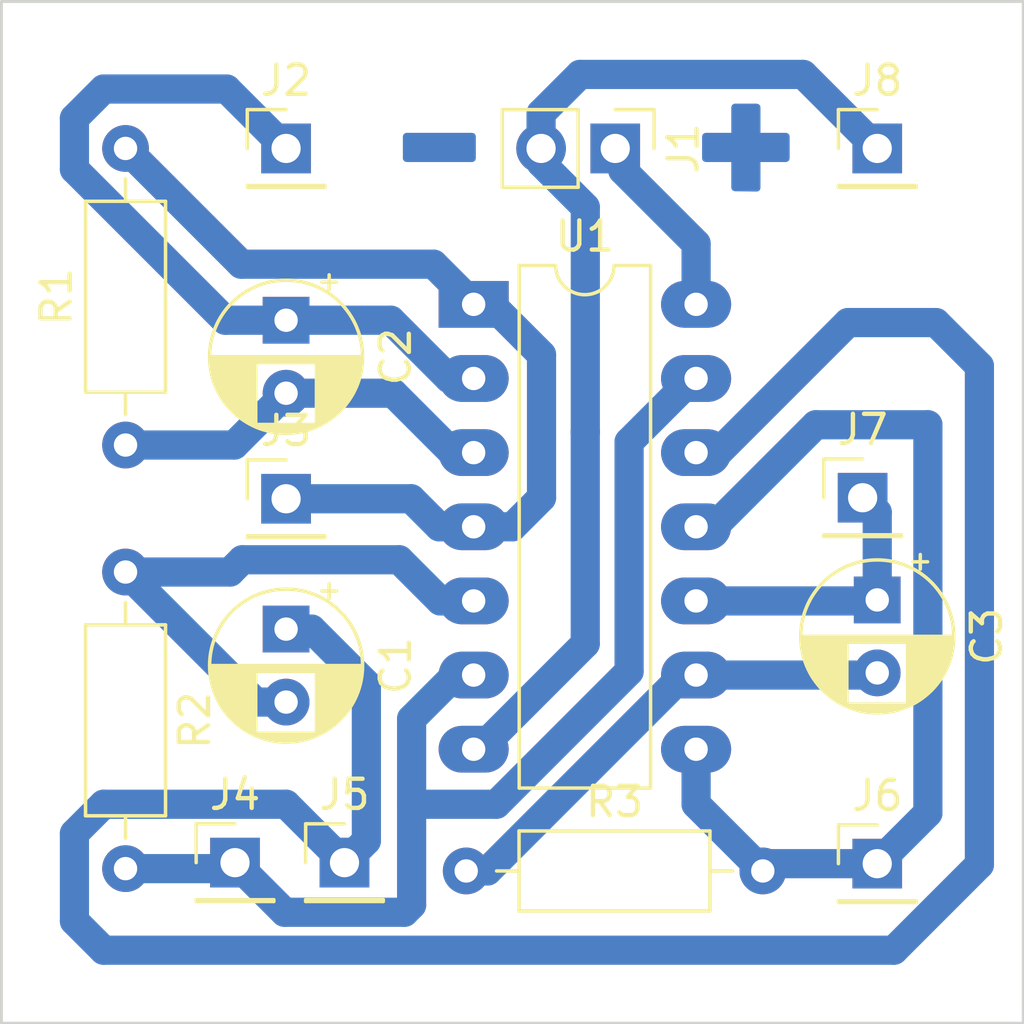
<source format=kicad_pcb>
(kicad_pcb (version 20240108) (generator "pcbnew") (generator_version "8.0")
  (layers (0 "F.Cu" signal) (31 "B.Cu" signal) (34 "B.Paste" user) (35 "F.Paste" user) (36 "B.SilkS" user "B.Silkscreen") (37 "F.SilkS" user "F.Silkscreen") (38 "B.Mask" user) (39 "F.Mask" user) (44 "Edge.Cuts" user))
  (net 0 "")
  (net 1 "Net-(C1-Pad2)")
  (net 2 "Net-(C2-Pad2)")
  (net 3 "Net-(C3-Pad2)")
  (net 4 "Net-(J1-Pin_1)")
  (net 5 "Net-(J5-Pin_1)")
  (net 6 "Net-(J2-Pin_1)")
  (net 7 "Net-(J7-Pin_1)")
  (net 8 "Net-(J3-Pin_1)")
  (net 9 "Net-(J4-Pin_1)")
  (net 10 "Net-(J6-Pin_1)")
  (net 11 "GND")
  (footprint "Capacitor_THT:CP_Radial_D5.0mm_P2.50mm" (layer "F.Cu") (at 119.75 75.919888 -90)
    (property "Reference" "C2" (at 1.25 -3.75 90) (layer "F.SilkS"))
    (property "Value" "10u")
    (pad "1" thru_hole rect (at 0 0 270) (size 1.6 1.6) (drill 0.8) (layers "*.Cu" "*.Mask") (net 6 "Net-(J2-Pin_1)"))
    (pad "2" thru_hole circle (at 2.5 0 270) (size 1.6 1.6) (drill 0.8) (layers "*.Cu" "*.Mask") (net 2 "Net-(C2-Pad2)"))
  )
  (footprint "Connector_PinHeader_2.54mm:PinHeader_1x01_P2.54mm_Vertical" (layer "F.Cu") (at 119.75 82.035)
    (property "Reference" "J3" (at 0 -2.33 0) (layer "F.SilkS"))
    (property "Value" "Piezo+")
    (pad "1" thru_hole rect (at 0 0) (size 1.7 1.7) (drill 1) (layers "*.Cu" "*.Mask") (net 8 "Net-(J3-Pin_1)"))
  )
  (footprint "Connector_PinHeader_2.54mm:PinHeader_1x01_P2.54mm_Vertical" (layer "F.Cu") (at 118 94.5)
    (property "Reference" "J4" (at 0 -2.33 0) (layer "F.SilkS"))
    (property "Value" "Piezo+")
    (pad "1" thru_hole rect (at 0 0) (size 1.7 1.7) (drill 1) (layers "*.Cu" "*.Mask") (net 9 "Net-(J4-Pin_1)"))
  )
  (footprint "Connector_PinHeader_2.54mm:PinHeader_1x01_P2.54mm_Vertical" (layer "F.Cu") (at 121.75 94.5)
    (property "Reference" "J5" (at 0 -2.33 0) (layer "F.SilkS"))
    (property "Value" "Piezo+")
    (pad "1" thru_hole rect (at 0 0) (size 1.7 1.7) (drill 1) (layers "*.Cu" "*.Mask") (net 5 "Net-(J5-Pin_1)"))
  )
  (footprint "Connector_PinHeader_2.54mm:PinHeader_1x01_P2.54mm_Vertical" (layer "F.Cu") (at 119.75 70.035)
    (property "Reference" "J2" (at 0 -2.33 0) (layer "F.SilkS"))
    (property "Value" "Piezo+")
    (pad "1" thru_hole rect (at 0 0) (size 1.7 1.7) (drill 1) (layers "*.Cu" "*.Mask") (net 6 "Net-(J2-Pin_1)"))
  )
  (footprint "Package_DIP:DIP-14_W7.62mm_LongPads" (layer "F.Cu") (at 126.175 75.375)
    (property "Reference" "U1" (at 3.81 -2.33 0) (layer "F.SilkS"))
    (property "Value" "74HC14")
    (pad "1" thru_hole rect (at 0 0) (size 2.4 1.6) (drill 0.8) (layers "*.Cu" "*.Mask") (net 8 "Net-(J3-Pin_1)"))
    (pad "2" thru_hole oval (at 0 2.54) (size 2.4 1.6) (drill 0.8) (layers "*.Cu" "*.Mask") (net 6 "Net-(J2-Pin_1)"))
    (pad "3" thru_hole oval (at 0 5.08) (size 2.4 1.6) (drill 0.8) (layers "*.Cu" "*.Mask") (net 2 "Net-(C2-Pad2)"))
    (pad "4" thru_hole oval (at 0 7.62) (size 2.4 1.6) (drill 0.8) (layers "*.Cu" "*.Mask") (net 8 "Net-(J3-Pin_1)"))
    (pad "5" thru_hole oval (at 0 10.16) (size 2.4 1.6) (drill 0.8) (layers "*.Cu" "*.Mask") (net 1 "Net-(C1-Pad2)"))
    (pad "6" thru_hole oval (at 0 12.7) (size 2.4 1.6) (drill 0.8) (layers "*.Cu" "*.Mask") (net 9 "Net-(J4-Pin_1)"))
    (pad "7" thru_hole oval (at 0 15.24) (size 2.4 1.6) (drill 0.8) (layers "*.Cu" "*.Mask") (net 11 "GND"))
    (pad "8" thru_hole oval (at 7.62 15.24) (size 2.4 1.6) (drill 0.8) (layers "*.Cu" "*.Mask") (net 10 "Net-(J6-Pin_1)"))
    (pad "9" thru_hole oval (at 7.62 12.7) (size 2.4 1.6) (drill 0.8) (layers "*.Cu" "*.Mask") (net 3 "Net-(C3-Pad2)"))
    (pad "10" thru_hole oval (at 7.62 10.16) (size 2.4 1.6) (drill 0.8) (layers "*.Cu" "*.Mask") (net 7 "Net-(J7-Pin_1)"))
    (pad "11" thru_hole oval (at 7.62 7.62) (size 2.4 1.6) (drill 0.8) (layers "*.Cu" "*.Mask") (net 10 "Net-(J6-Pin_1)"))
    (pad "12" thru_hole oval (at 7.62 5.08) (size 2.4 1.6) (drill 0.8) (layers "*.Cu" "*.Mask") (net 5 "Net-(J5-Pin_1)"))
    (pad "13" thru_hole oval (at 7.62 2.54) (size 2.4 1.6) (drill 0.8) (layers "*.Cu" "*.Mask") (net 9 "Net-(J4-Pin_1)"))
    (pad "14" thru_hole oval (at 7.62 0) (size 2.4 1.6) (drill 0.8) (layers "*.Cu" "*.Mask") (net 4 "Net-(J1-Pin_1)"))
  )
  (footprint "Connector_PinHeader_2.54mm:PinHeader_1x02_P2.54mm_Vertical" (layer "F.Cu") (at 131.025 70.035 -90)
    (property "Reference" "J1" (at 0 -2.33 90) (layer "F.SilkS"))
    (property "Value" "SolarCell")
    (pad "1" thru_hole rect (at 0 0 270) (size 1.7 1.7) (drill 1) (layers "*.Cu" "*.Mask") (net 4 "Net-(J1-Pin_1)"))
    (pad "2" thru_hole oval (at 0 2.54 270) (size 1.7 1.7) (drill 1) (layers "*.Cu" "*.Mask") (net 11 "GND"))
  )
  (footprint "Connector_PinHeader_2.54mm:PinHeader_1x01_P2.54mm_Vertical" (layer "F.Cu") (at 139.5 82)
    (property "Reference" "J7" (at 0 -2.33 0) (layer "F.SilkS"))
    (property "Value" "Piezo+")
    (pad "1" thru_hole rect (at 0 0) (size 1.7 1.7) (drill 1) (layers "*.Cu" "*.Mask") (net 7 "Net-(J7-Pin_1)"))
  )
  (footprint "Capacitor_THT:CP_Radial_D5.0mm_P2.50mm" (layer "F.Cu") (at 119.75 86.5 -90)
    (property "Reference" "C1" (at 1.25 -3.75 90) (layer "F.SilkS"))
    (property "Value" "10u")
    (pad "1" thru_hole rect (at 0 0 270) (size 1.6 1.6) (drill 0.8) (layers "*.Cu" "*.Mask") (net 5 "Net-(J5-Pin_1)"))
    (pad "2" thru_hole circle (at 2.5 0 270) (size 1.6 1.6) (drill 0.8) (layers "*.Cu" "*.Mask") (net 1 "Net-(C1-Pad2)"))
  )
  (footprint "Connector_PinHeader_2.54mm:PinHeader_1x01_P2.54mm_Vertical" (layer "F.Cu") (at 140 70.035)
    (property "Reference" "J8" (at 0 -2.33 0) (layer "F.SilkS"))
    (property "Value" "Piezo-")
    (pad "1" thru_hole rect (at 0 0) (size 1.7 1.7) (drill 1) (layers "*.Cu" "*.Mask") (net 11 "GND"))
  )
  (footprint "Capacitor_THT:CP_Radial_D5.0mm_P2.50mm" (layer "F.Cu") (at 140 85.5 -90)
    (property "Reference" "C3" (at 1.25 -3.75 90) (layer "F.SilkS"))
    (property "Value" "10u")
    (pad "1" thru_hole rect (at 0 0 270) (size 1.6 1.6) (drill 0.8) (layers "*.Cu" "*.Mask") (net 7 "Net-(J7-Pin_1)"))
    (pad "2" thru_hole circle (at 2.5 0 270) (size 1.6 1.6) (drill 0.8) (layers "*.Cu" "*.Mask") (net 3 "Net-(C3-Pad2)"))
  )
  (footprint "Resistor_THT:R_Axial_DIN0207_L6.3mm_D2.5mm_P10.16mm_Horizontal" (layer "F.Cu") (at 114.25 80.195 90)
    (property "Reference" "R1" (at 5.08 -2.37 90) (layer "F.SilkS"))
    (property "Value" "10k")
    (pad "1" thru_hole circle (at 0 0 90) (size 1.6 1.6) (drill 0.8) (layers "*.Cu" "*.Mask") (net 2 "Net-(C2-Pad2)"))
    (pad "2" thru_hole oval (at 10.16 0 90) (size 1.6 1.6) (drill 0.8) (layers "*.Cu" "*.Mask") (net 8 "Net-(J3-Pin_1)"))
  )
  (footprint "Connector_PinHeader_2.54mm:PinHeader_1x01_P2.54mm_Vertical" (layer "F.Cu") (at 140 94.535)
    (property "Reference" "J6" (at 0 -2.33 0) (layer "F.SilkS"))
    (property "Value" "Piezo+")
    (pad "1" thru_hole rect (at 0 0) (size 1.7 1.7) (drill 1) (layers "*.Cu" "*.Mask") (net 10 "Net-(J6-Pin_1)"))
  )
  (footprint "Resistor_THT:R_Axial_DIN0207_L6.3mm_D2.5mm_P10.16mm_Horizontal" (layer "F.Cu") (at 114.25 84.545 -90)
    (property "Reference" "R2" (at 5.08 -2.37 90) (layer "F.SilkS"))
    (property "Value" "1k")
    (pad "1" thru_hole circle (at 0 0 270) (size 1.6 1.6) (drill 0.8) (layers "*.Cu" "*.Mask") (net 1 "Net-(C1-Pad2)"))
    (pad "2" thru_hole oval (at 10.16 0 270) (size 1.6 1.6) (drill 0.8) (layers "*.Cu" "*.Mask") (net 9 "Net-(J4-Pin_1)"))
  )
  (footprint "Resistor_THT:R_Axial_DIN0207_L6.3mm_D2.5mm_P10.16mm_Horizontal" (layer "F.Cu") (at 125.92 94.785)
    (property "Reference" "R3" (at 5.08 -2.37 0) (layer "F.SilkS"))
    (property "Value" "100")
    (pad "1" thru_hole circle (at 0 0) (size 1.6 1.6) (drill 0.8) (layers "*.Cu" "*.Mask") (net 3 "Net-(C3-Pad2)"))
    (pad "2" thru_hole oval (at 10.16 0) (size 1.6 1.6) (drill 0.8) (layers "*.Cu" "*.Mask") (net 10 "Net-(J6-Pin_1)"))
  )
  (gr_rect (start 110 65) (end 145 100) (stroke (width 0.1)) (fill none) (layer "Edge.Cuts"))
  (segment (start 126.175 85.535) (end 125.035 85.535) (width 1) (layer "B.Cu") (net 1))
  (segment (start 118.705 89) (end 114.25 84.545) (width 1) (layer "B.Cu") (net 1))
  (segment (start 125.035 85.535) (end 123.625 84.125) (width 1) (layer "B.Cu") (net 1))
  (segment (start 119.75 89) (end 118.705 89) (width 1) (layer "B.Cu") (net 1))
  (segment (start 123.625 84.125) (end 118.25 84.125) (width 1) (layer "B.Cu") (net 1))
  (segment (start 114.25 84.545) (end 117.83 84.545) (width 1) (layer "B.Cu") (net 1))
  (segment (start 117.83 84.545) (end 118.25 84.125) (width 1) (layer "B.Cu") (net 1))
  (segment (start 123.419888 78.419888) (end 125.455 80.455) (width 1) (layer "B.Cu") (net 2))
  (segment (start 117.974888 80.195) (end 119.75 78.419888) (width 1) (layer "B.Cu") (net 2))
  (segment (start 125.455 80.455) (end 126.175 80.455) (width 1) (layer "B.Cu") (net 2))
  (segment (start 114.25 80.195) (end 117.974888 80.195) (width 1) (layer "B.Cu") (net 2))
  (segment (start 119.75 78.419888) (end 123.419888 78.419888) (width 1) (layer "B.Cu") (net 2))
  (segment (start 133.36 88.075) (end 133.795 88.075) (width 1) (layer "B.Cu") (net 3))
  (segment (start 125.92 94.785) (end 126.65 94.785) (width 1) (layer "B.Cu") (net 3))
  (segment (start 126.65 94.785) (end 133.36 88.075) (width 1) (layer "B.Cu") (net 3))
  (segment (start 133.795 88.075) (end 139.925 88.075) (width 1) (layer "B.Cu") (net 3))
  (segment (start 133.795 75.375) (end 133.795 73.295) (width 1) (layer "B.Cu") (net 4))
  (segment (start 133.795 73.295) (end 131.285 70.785) (width 1) (layer "B.Cu") (net 4))
  (segment (start 131.285 70.785) (end 131.285 70.035) (width 1) (layer "B.Cu") (net 4))
  (segment (start 121.75 94.5) (end 122.5 93.75) (width 1) (layer "B.Cu") (net 5))
  (segment (start 112.5 93.5) (end 112.5 96.5) (width 1) (layer "B.Cu") (net 5))
  (segment (start 134.545 80.455) (end 133.795 80.455) (width 1) (layer "B.Cu") (net 5))
  (segment (start 122.5 93.75) (end 122.5 88.375) (width 1) (layer "B.Cu") (net 5))
  (segment (start 113.5 92.5) (end 112.5 93.5) (width 1) (layer "B.Cu") (net 5))
  (segment (start 122.5 88.375) (end 120.625 86.5) (width 1) (layer "B.Cu") (net 5))
  (segment (start 143.5 94.5675) (end 143.5 77.487944) (width 1) (layer "B.Cu") (net 5))
  (segment (start 120.625 86.5) (end 119.75 86.5) (width 1) (layer "B.Cu") (net 5))
  (segment (start 119.75 92.5) (end 113.5 92.5) (width 1) (layer "B.Cu") (net 5))
  (segment (start 143.5 77.487944) (end 142.012056 76) (width 1) (layer "B.Cu") (net 5))
  (segment (start 112.5 96.5) (end 113.5 97.5) (width 1) (layer "B.Cu") (net 5))
  (segment (start 142.012056 76) (end 139 76) (width 1) (layer "B.Cu") (net 5))
  (segment (start 113.5 97.5) (end 140.5675 97.5) (width 1) (layer "B.Cu") (net 5))
  (segment (start 140.5675 97.5) (end 143.5 94.5675) (width 1) (layer "B.Cu") (net 5))
  (segment (start 121.75 94.5) (end 119.75 92.5) (width 1) (layer "B.Cu") (net 5))
  (segment (start 139 76) (end 134.545 80.455) (width 1) (layer "B.Cu") (net 5))
  (segment (start 112.5 70.75) (end 117.669888 75.919888) (width 1) (layer "B.Cu") (net 6))
  (segment (start 126.175 77.915) (end 125.332056 77.915) (width 1) (layer "B.Cu") (net 6))
  (segment (start 119.75 70.035) (end 117.715 68) (width 1) (layer "B.Cu") (net 6))
  (segment (start 123.336944 75.919888) (end 119.75 75.919888) (width 1) (layer "B.Cu") (net 6))
  (segment (start 117.669888 75.919888) (end 119.75 75.919888) (width 1) (layer "B.Cu") (net 6))
  (segment (start 113.5 68) (end 112.5 69) (width 1) (layer "B.Cu") (net 6))
  (segment (start 125.332056 77.915) (end 123.336944 75.919888) (width 1) (layer "B.Cu") (net 6))
  (segment (start 117.715 68) (end 113.5 68) (width 1) (layer "B.Cu") (net 6))
  (segment (start 112.5 69) (end 112.5 70.75) (width 1) (layer "B.Cu") (net 6))
  (segment (start 133.795 85.535) (end 139.965 85.535) (width 1) (layer "B.Cu") (net 7))
  (segment (start 139.5 82) (end 140 82.5) (width 1) (layer "B.Cu") (net 7))
  (segment (start 140 82.5) (end 140 85.5) (width 1) (layer "B.Cu") (net 7))
  (segment (start 124.035 82.035) (end 119.75 82.035) (width 1) (layer "B.Cu") (net 8))
  (segment (start 124.995 82.995) (end 124.035 82.035) (width 1) (layer "B.Cu") (net 8))
  (segment (start 124.8 74) (end 126.175 75.375) (width 1) (layer "B.Cu") (net 8))
  (segment (start 118.215 74) (end 124.8 74) (width 1) (layer "B.Cu") (net 8))
  (segment (start 128.5 77.1) (end 128.5 82) (width 1) (layer "B.Cu") (net 8))
  (segment (start 128.5 82) (end 127.505 82.995) (width 1) (layer "B.Cu") (net 8))
  (segment (start 114.25 70.035) (end 118.215 74) (width 1) (layer "B.Cu") (net 8))
  (segment (start 127.505 82.995) (end 126.175 82.995) (width 1) (layer "B.Cu") (net 8))
  (segment (start 126.775 75.375) (end 128.5 77.1) (width 1) (layer "B.Cu") (net 8))
  (segment (start 126.175 82.995) (end 124.995 82.995) (width 1) (layer "B.Cu") (net 8))
  (segment (start 124.05 95.95) (end 123.8 96.2) (width 1) (layer "B.Cu") (net 9))
  (segment (start 133.795 77.915) (end 133.672258 77.915) (width 1) (layer "B.Cu") (net 9))
  (segment (start 124.05 92.5) (end 124.05 95.95) (width 1) (layer "B.Cu") (net 9))
  (segment (start 125.55 88.075) (end 124.05 89.575) (width 1) (layer "B.Cu") (net 9))
  (segment (start 119.7 96.2) (end 118 94.5) (width 1) (layer "B.Cu") (net 9))
  (segment (start 124.05 89.575) (end 124.05 92.5) (width 1) (layer "B.Cu") (net 9))
  (segment (start 131.5 87.952742) (end 126.952742 92.5) (width 1) (layer "B.Cu") (net 9))
  (segment (start 133.672258 77.915) (end 131.5 80.087258) (width 1) (layer "B.Cu") (net 9))
  (segment (start 131.5 80.087258) (end 131.5 87.952742) (width 1) (layer "B.Cu") (net 9))
  (segment (start 126.952742 92.5) (end 124.05 92.5) (width 1) (layer "B.Cu") (net 9))
  (segment (start 123.8 96.2) (end 119.7 96.2) (width 1) (layer "B.Cu") (net 9))
  (segment (start 114.25 94.705) (end 118.33 94.705) (width 1) (layer "B.Cu") (net 9))
  (segment (start 141.735 92.8) (end 140 94.535) (width 1) (layer "B.Cu") (net 10))
  (segment (start 137.895 79.5) (end 141.735 79.5) (width 1) (layer "B.Cu") (net 10))
  (segment (start 141.735 79.5) (end 141.735 92.8) (width 1) (layer "B.Cu") (net 10))
  (segment (start 133.795 92.5) (end 136.08 94.785) (width 1) (layer "B.Cu") (net 10))
  (segment (start 136.33 94.535) (end 136.08 94.785) (width 1) (layer "B.Cu") (net 10))
  (segment (start 134.4 82.995) (end 137.895 79.5) (width 1) (layer "B.Cu") (net 10))
  (segment (start 133.795 90.615) (end 133.795 92.5) (width 1) (layer "B.Cu") (net 10))
  (segment (start 140 94.535) (end 136.33 94.535) (width 1) (layer "B.Cu") (net 10))
  (segment (start 128.485 70.035) (end 128.485 70.529976) (width 1) (layer "B.Cu") (net 11))
  (segment (start 140 70.035) (end 137.465 67.5) (width 1) (layer "B.Cu") (net 11))
  (segment (start 130 72.044976) (end 130 79.74878) (width 1) (layer "B.Cu") (net 11))
  (segment (start 130 79.74878) (end 129.998261 79.750519) (width 1) (layer "B.Cu") (net 11))
  (segment (start 137.465 67.5) (end 129.817919 67.5) (width 1) (layer "B.Cu") (net 11))
  (segment (start 129.817919 67.5) (end 128.485 68.832919) (width 1) (layer "B.Cu") (net 11))
  (segment (start 128.485 68.832919) (end 128.485 70.035) (width 1) (layer "B.Cu") (net 11))
  (segment (start 126.385 90.615) (end 126.175 90.615) (width 1) (layer "B.Cu") (net 11))
  (segment (start 129.998261 79.750519) (end 129.998261 87.001739) (width 1) (layer "B.Cu") (net 11))
  (segment (start 129.998261 87.001739) (end 126.385 90.615) (width 1) (layer "B.Cu") (net 11))
  (segment (start 128.485 70.529976) (end 130 72.044976) (width 1) (layer "B.Cu") (net 11))
  (zone (net 0) (net_name "") (layer "B.Cu") (priority 2) (connect_pads (clearance 0.5)) (min_thickness 0.25) (fill yes (thermal_gap 0.5) (thermal_bridge_width 0.5) (island_removal_mode 1) (island_area_min 10))
    (polygon (pts (xy 134 69.5) (xy 135 69.5) (xy 135 68.5) (xy 136 68.5) (xy 136 69.5) (xy 137 69.5) (xy 137 70.5) (xy 136 70.5) (xy 136 71.514329) (xy 135 71.5) (xy 135 70.5) (xy 134 70.5)))
  )
  (zone (net 0) (net_name "") (layer "B.Cu") (priority 3) (connect_pads (clearance 0.5)) (min_thickness 0.25) (fill yes (thermal_gap 0.5) (thermal_bridge_width 0.5) (island_removal_mode 1) (island_area_min 10))
    (polygon (pts (xy 123.75 69.5) (xy 126.25 69.5) (xy 126.25 70.5) (xy 123.75 70.5)))
  )
)
</source>
